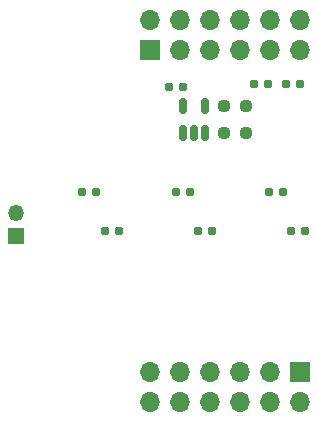
<source format=gbr>
%TF.GenerationSoftware,KiCad,Pcbnew,7.0.5*%
%TF.CreationDate,2023-06-05T00:45:26-04:00*%
%TF.ProjectId,BURNING_R,4255524e-494e-4475-9f52-2e6b69636164,rev?*%
%TF.SameCoordinates,Original*%
%TF.FileFunction,Soldermask,Bot*%
%TF.FilePolarity,Negative*%
%FSLAX46Y46*%
G04 Gerber Fmt 4.6, Leading zero omitted, Abs format (unit mm)*
G04 Created by KiCad (PCBNEW 7.0.5) date 2023-06-05 00:45:26*
%MOMM*%
%LPD*%
G01*
G04 APERTURE LIST*
G04 Aperture macros list*
%AMRoundRect*
0 Rectangle with rounded corners*
0 $1 Rounding radius*
0 $2 $3 $4 $5 $6 $7 $8 $9 X,Y pos of 4 corners*
0 Add a 4 corners polygon primitive as box body*
4,1,4,$2,$3,$4,$5,$6,$7,$8,$9,$2,$3,0*
0 Add four circle primitives for the rounded corners*
1,1,$1+$1,$2,$3*
1,1,$1+$1,$4,$5*
1,1,$1+$1,$6,$7*
1,1,$1+$1,$8,$9*
0 Add four rect primitives between the rounded corners*
20,1,$1+$1,$2,$3,$4,$5,0*
20,1,$1+$1,$4,$5,$6,$7,0*
20,1,$1+$1,$6,$7,$8,$9,0*
20,1,$1+$1,$8,$9,$2,$3,0*%
G04 Aperture macros list end*
%ADD10R,1.700000X1.700000*%
%ADD11O,1.700000X1.700000*%
%ADD12R,1.350000X1.350000*%
%ADD13O,1.350000X1.350000*%
%ADD14RoundRect,0.160000X-0.197500X-0.160000X0.197500X-0.160000X0.197500X0.160000X-0.197500X0.160000X0*%
%ADD15RoundRect,0.160000X0.197500X0.160000X-0.197500X0.160000X-0.197500X-0.160000X0.197500X-0.160000X0*%
%ADD16RoundRect,0.237500X0.250000X0.237500X-0.250000X0.237500X-0.250000X-0.237500X0.250000X-0.237500X0*%
%ADD17RoundRect,0.155000X0.212500X0.155000X-0.212500X0.155000X-0.212500X-0.155000X0.212500X-0.155000X0*%
%ADD18RoundRect,0.237500X-0.250000X-0.237500X0.250000X-0.237500X0.250000X0.237500X-0.250000X0.237500X0*%
%ADD19RoundRect,0.150000X0.150000X-0.512500X0.150000X0.512500X-0.150000X0.512500X-0.150000X-0.512500X0*%
G04 APERTURE END LIST*
D10*
%TO.C,J1*%
X143810000Y-86465599D03*
D11*
X143810000Y-83925599D03*
X146350000Y-86465599D03*
X146350000Y-83925599D03*
X148890000Y-86465599D03*
X148890000Y-83925599D03*
X151430000Y-86465599D03*
X151430000Y-83925599D03*
X153970000Y-86465599D03*
X153970000Y-83925599D03*
X156510000Y-86465599D03*
X156510000Y-83925599D03*
%TD*%
D10*
%TO.C,J2*%
X156510000Y-113743621D03*
D11*
X156510000Y-116283621D03*
X153970000Y-113743621D03*
X153970000Y-116283621D03*
X151430000Y-113743621D03*
X151430000Y-116283621D03*
X148890000Y-113743621D03*
X148890000Y-116283621D03*
X146350000Y-113743621D03*
X146350000Y-116283621D03*
X143810000Y-113743621D03*
X143810000Y-116283621D03*
%TD*%
D12*
%TO.C,J9*%
X132460000Y-102276121D03*
D13*
X132460000Y-100276121D03*
%TD*%
D14*
%TO.C,R4*%
X152662500Y-89398621D03*
X153857500Y-89398621D03*
%TD*%
D15*
%TO.C,R9*%
X156997500Y-101848621D03*
X155802500Y-101848621D03*
%TD*%
%TO.C,R8*%
X139310000Y-98548621D03*
X138115000Y-98548621D03*
%TD*%
D14*
%TO.C,R5*%
X155362500Y-89398621D03*
X156557500Y-89398621D03*
%TD*%
D16*
%TO.C,R1*%
X151952500Y-91198621D03*
X150127500Y-91198621D03*
%TD*%
D17*
%TO.C,C4*%
X146607500Y-89618621D03*
X145472500Y-89618621D03*
%TD*%
D15*
%TO.C,R10*%
X149097500Y-101848621D03*
X147902500Y-101848621D03*
%TD*%
%TO.C,R11*%
X141197500Y-101848621D03*
X140002500Y-101848621D03*
%TD*%
D18*
%TO.C,R2*%
X150127500Y-93488621D03*
X151952500Y-93488621D03*
%TD*%
D19*
%TO.C,U2*%
X148500000Y-93486121D03*
X147550000Y-93486121D03*
X146600000Y-93486121D03*
X146600000Y-91211121D03*
X148500000Y-91211121D03*
%TD*%
D15*
%TO.C,R7*%
X147210000Y-98548621D03*
X146015000Y-98548621D03*
%TD*%
%TO.C,R6*%
X155110000Y-98548621D03*
X153915000Y-98548621D03*
%TD*%
M02*

</source>
